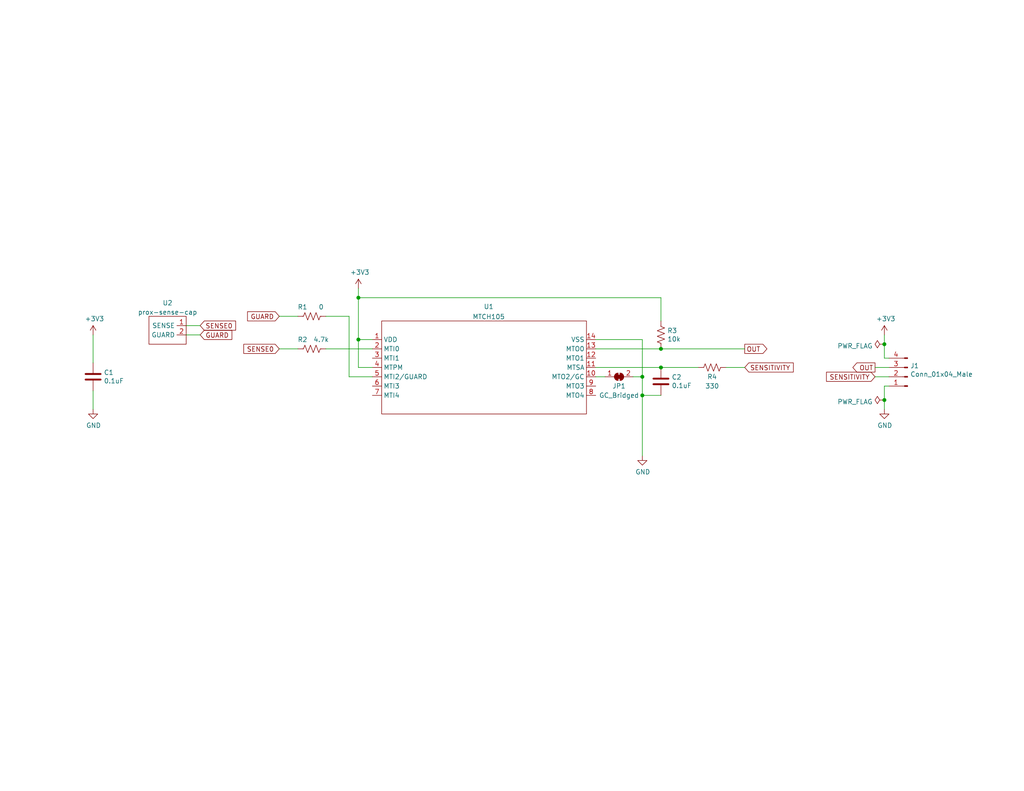
<source format=kicad_sch>
(kicad_sch (version 20211123) (generator eeschema)
  (paper "USLetter")
  (title_block (title "Prox Sense Single MTCH105") (date "2021-12-15") (rev "v0.1") (company "Perry Naseck") (comment 1 "This schematic used for multiple board layouts") (comment 2 "MTCH105 used in place of MTCH102 due to chip shortage") (comment 4 "Copyright Perry Naseck 2022; licensed under CERN-OHL-S v2 or any later version"))
  (lib_symbols
    (symbol "Connector:Conn_01x04_Male" (pin_names (offset 1.016) hide)
      (property "Reference" "J" (at 0 5.08 0))
      (property "Value" "Conn_01x04_Male" (at 0 -7.62 0))
      (symbol "Conn_01x04_Male_1_1"
        (polyline (pts (xy 1.27 -5.08) (xy 0.8636 -5.08)) (stroke (width 0.1524)))
        (polyline (pts (xy 1.27 -2.54) (xy 0.8636 -2.54)) (stroke (width 0.1524)))
        (polyline (pts (xy 1.27 0) (xy 0.8636 0)) (stroke (width 0.1524)))
        (polyline (pts (xy 1.27 2.54) (xy 0.8636 2.54)) (stroke (width 0.1524)))
        (rectangle (start 0.8636 -4.953) (end 0 -5.207) (stroke (width 0.1524)) (fill (type outline)))
        (rectangle (start 0.8636 -2.413) (end 0 -2.667) (stroke (width 0.1524)) (fill (type outline)))
        (rectangle (start 0.8636 0.127) (end 0 -0.127) (stroke (width 0.1524)) (fill (type outline)))
        (rectangle (start 0.8636 2.667) (end 0 2.413) (stroke (width 0.1524)) (fill (type outline)))
        (pin passive line (at 5.08 2.54 180) (length 3.81) (name "Pin_1") (number "1"))
        (pin passive line (at 5.08 0 180) (length 3.81) (name "Pin_2") (number "2"))
        (pin passive line (at 5.08 -2.54 180) (length 3.81) (name "Pin_3") (number "3"))
        (pin passive line (at 5.08 -5.08 180) (length 3.81) (name "Pin_4") (number "4"))
      )
    )
    (symbol "Device:C" (pin_numbers hide) (pin_names (offset 0.254))
      (property "Reference" "C" (at 0.635 2.54 0))
      (property "Value" "C" (at 0.635 -2.54 0))
      (symbol "C_0_1"
        (polyline (pts (xy -2.032 -0.762) (xy 2.032 -0.762)) (stroke (width 0.508)))
        (polyline (pts (xy -2.032 0.762) (xy 2.032 0.762)) (stroke (width 0.508)))
      )
      (symbol "C_1_1"
        (pin passive line (at 0 3.81 270) (length 2.794) (name "~") (number "1"))
        (pin passive line (at 0 -3.81 90) (length 2.794) (name "~") (number "2"))
      )
    )
    (symbol "Device:R_US" (pin_numbers hide) (pin_names (offset 0))
      (property "Reference" "R" (at 2.54 0 90))
      (property "Value" "R_US" (at -2.54 0 90))
      (symbol "R_US_0_1"
        (polyline (pts (xy 0 -2.286) (xy 0 -2.54)))
        (polyline (pts (xy 0 2.286) (xy 0 2.54)))
        (polyline (pts (xy 0 -0.762) (xy 1.016 -1.143) (xy 0 -1.524) (xy -1.016 -1.905) (xy 0 -2.286)))
        (polyline (pts (xy 0 0.762) (xy 1.016 0.381) (xy 0 0) (xy -1.016 -0.381) (xy 0 -0.762)))
        (polyline (pts (xy 0 2.286) (xy 1.016 1.905) (xy 0 1.524) (xy -1.016 1.143) (xy 0 0.762)))
      )
      (symbol "R_US_1_1"
        (pin passive line (at 0 3.81 270) (length 1.27) (name "~") (number "1"))
        (pin passive line (at 0 -3.81 90) (length 1.27) (name "~") (number "2"))
      )
    )
    (symbol "Jumper:SolderJumper_2_Bridged" (pin_names (offset 0) hide)
      (property "Reference" "JP" (at 0 2.032 0))
      (property "Value" "SolderJumper_2_Bridged" (at 0 -2.54 0))
      (symbol "SolderJumper_2_Bridged_0_1"
        (rectangle (start -0.508 0.508) (end 0.508 -0.508) (fill (type outline)))
        (arc (start -0.254 1.016) (mid -1.27 0) (end -0.254 -1.016))
        (arc (start -0.254 1.016) (mid -1.27 0) (end -0.254 -1.016) (fill (type outline)))
        (polyline (pts (xy -0.254 1.016) (xy -0.254 -1.016)))
        (polyline (pts (xy 0.254 1.016) (xy 0.254 -1.016)))
        (arc (start 0.254 -1.016) (mid 1.27 0) (end 0.254 1.016))
        (arc (start 0.254 -1.016) (mid 1.27 0) (end 0.254 1.016) (fill (type outline)))
      )
      (symbol "SolderJumper_2_Bridged_1_1"
        (pin passive line (at -3.81 0 0) (length 2.54) (name "A") (number "1"))
        (pin passive line (at 3.81 0 180) (length 2.54) (name "B") (number "2"))
      )
    )
    (symbol "MTCH10:MTCH105"
      (property "Reference" "U" (at 30.48 10.16 0))
      (property "Value" "MTCH105" (at 30.48 7.26 0))
      (symbol "MTCH105_0_0"
        (pin power_in line (at 0 0 0) (length 2.54) (name "VDD") (number "1"))
        (pin bidirectional line (at 60.96 -10.16 180) (length 2.54) (name "MTO2/GC") (number "10"))
        (pin input line (at 60.96 -7.62 180) (length 2.54) (name "MTSA") (number "11"))
        (pin output line (at 60.96 -5.08 180) (length 2.54) (name "MTO1") (number "12"))
        (pin output line (at 60.96 -2.54 180) (length 2.54) (name "MTO0") (number "13"))
        (pin power_in line (at 60.96 0 180) (length 2.54) (name "VSS") (number "14"))
        (pin input line (at 0 -2.54 0) (length 2.54) (name "MTI0") (number "2"))
        (pin input line (at 0 -5.08 0) (length 2.54) (name "MTI1") (number "3"))
        (pin input line (at 0 -7.62 0) (length 2.54) (name "MTPM") (number "4"))
        (pin input line (at 0 -10.16 0) (length 2.54) (name "MTI2/GUARD") (number "5"))
        (pin input line (at 0 -12.7 0) (length 2.54) (name "MTI3") (number "6"))
        (pin input line (at 0 -15.24 0) (length 2.54) (name "MTI4") (number "7"))
        (pin output line (at 60.96 -15.24 180) (length 2.54) (name "MTO4") (number "8"))
        (pin output line (at 60.96 -12.7 180) (length 2.54) (name "MTO3") (number "9"))
      )
      (symbol "MTCH105_0_1"
        (rectangle (start 2.54 5.08) (end 58.42 -20.32) (stroke (width 0.1524)))
      )
    )
    (symbol "power:+3.3V" (power) (pin_names (offset 0))
      (property "Value" "+3.3V" (at 0 3.556 0))
      (symbol "+3.3V_0_1"
        (polyline (pts (xy -0.762 1.27) (xy 0 2.54)))
        (polyline (pts (xy 0 0) (xy 0 2.54)))
        (polyline (pts (xy 0 2.54) (xy 0.762 1.27)))
      )
      (symbol "+3.3V_1_1"
        (pin power_in line (at 0 0 90) (length 0) hide (name "+3V3") (number "1"))
      )
    )
    (symbol "power:GND" (power) (pin_names (offset 0))
      (property "Value" "GND" (at 0 -3.81 0))
      (symbol "GND_0_1"
        (polyline (pts (xy 0 0) (xy 0 -1.27) (xy 1.27 -1.27) (xy 0 -2.54) (xy -1.27 -1.27) (xy 0 -1.27)))
      )
      (symbol "GND_1_1"
        (pin power_in line (at 0 0 270) (length 0) hide (name "GND") (number "1"))
      )
    )
    (symbol "power:PWR_FLAG" (power) (pin_numbers hide) (pin_names (offset 0) hide)
      (property "Value" "PWR_FLAG" (at 0 3.81 0))
      (symbol "PWR_FLAG_0_0"
        (pin power_out line (at 0 0 90) (length 0) (name "pwr") (number "1"))
      )
      (symbol "PWR_FLAG_0_1"
        (polyline (pts (xy 0 0) (xy 0 1.27) (xy -1.016 1.905) (xy 0 2.54) (xy 1.016 1.905) (xy 0 1.27)))
      )
    )
    (symbol "prox-sense:prox-sense-cap"
      (property "Reference" "U" (at 0 1.27 0))
      (property "Value" "prox-sense-cap" (at 0 -8.89 0))
      (symbol "prox-sense-cap_0_1"
        (rectangle (start 5.08 0) (end -5.08 -7.62) (stroke (width 0.1524)))
      )
      (symbol "prox-sense-cap_1_1"
        (pin output line (at 5.08 -2.54 180) (length 2.54) (name "SENSE") (number "1"))
        (pin input line (at 5.08 -5.08 180) (length 2.54) (name "GUARD") (number "2"))
      )
    )
  )
  (junction (at 175.26 107.95))
  (junction (at 97.79 81.28))
  (junction (at 180.34 100.33))
  (junction (at 97.79 92.71))
  (junction (at 241.3 93.98))
  (junction (at 175.26 102.87))
  (junction (at 241.3 109.22))
  (junction (at 180.34 95.25))
  (wire (pts (xy 25.4 106.68) (xy 25.4 111.76)))
  (wire (pts (xy 95.25 86.36) (xy 95.25 102.87)))
  (wire (pts (xy 175.26 92.71) (xy 175.26 102.87)))
  (wire (pts (xy 95.25 102.87) (xy 101.6 102.87)))
  (wire (pts (xy 162.56 102.87) (xy 165.1 102.87)))
  (wire (pts (xy 97.79 92.71) (xy 97.79 100.33)))
  (wire (pts (xy 241.3 91.44) (xy 241.3 93.98)))
  (wire (pts (xy 180.34 100.33) (xy 162.56 100.33)))
  (wire (pts (xy 180.34 107.95) (xy 175.26 107.95)))
  (wire (pts (xy 101.6 100.33) (xy 97.79 100.33)))
  (wire (pts (xy 50.8 91.44) (xy 54.61 91.44)))
  (wire (pts (xy 162.56 92.71) (xy 175.26 92.71)))
  (wire (pts (xy 97.79 78.74) (xy 97.79 81.28)))
  (wire (pts (xy 242.57 100.33) (xy 238.76 100.33)))
  (wire (pts (xy 50.8 88.9) (xy 54.61 88.9)))
  (wire (pts (xy 172.72 102.87) (xy 175.26 102.87)))
  (wire (pts (xy 162.56 95.25) (xy 180.34 95.25)))
  (wire (pts (xy 180.34 81.28) (xy 180.34 87.63)))
  (wire (pts (xy 190.5 100.33) (xy 180.34 100.33)))
  (wire (pts (xy 175.26 102.87) (xy 175.26 107.95)))
  (wire (pts (xy 25.4 91.44) (xy 25.4 99.06)))
  (wire (pts (xy 198.12 100.33) (xy 203.2 100.33)))
  (wire (pts (xy 97.79 81.28) (xy 180.34 81.28)))
  (wire (pts (xy 76.2 95.25) (xy 81.28 95.25)))
  (wire (pts (xy 241.3 109.22) (xy 241.3 105.41)))
  (wire (pts (xy 242.57 102.87) (xy 238.76 102.87)))
  (wire (pts (xy 241.3 105.41) (xy 242.57 105.41)))
  (wire (pts (xy 95.25 86.36) (xy 88.9 86.36)))
  (wire (pts (xy 180.34 95.25) (xy 203.2 95.25)))
  (wire (pts (xy 241.3 111.76) (xy 241.3 109.22)))
  (wire (pts (xy 97.79 81.28) (xy 97.79 92.71)))
  (wire (pts (xy 175.26 107.95) (xy 175.26 124.46)))
  (wire (pts (xy 241.3 93.98) (xy 241.3 97.79)))
  (wire (pts (xy 101.6 95.25) (xy 88.9 95.25)))
  (wire (pts (xy 76.2 86.36) (xy 81.28 86.36)))
  (wire (pts (xy 101.6 92.71) (xy 97.79 92.71)))
  (wire (pts (xy 241.3 97.79) (xy 242.57 97.79)))
  (global_label "SENSE0" (shape input) (at 54.61 88.9 0) (property "Intersheet References" "${INTERSHEET_REFS}" (effects hide)))
  (global_label "SENSITIVITY" (shape input) (at 238.76 102.87 180) (property "Intersheet References" "${INTERSHEET_REFS}" (effects hide)))
  (global_label "OUT" (shape output) (at 238.76 100.33 180) (property "Intersheet References" "${INTERSHEET_REFS}" (effects hide)))
  (global_label "GUARD" (shape input) (at 76.2 86.36 180) (property "Intersheet References" "${INTERSHEET_REFS}" (effects hide)))
  (global_label "GUARD" (shape input) (at 54.61 91.44 0) (property "Intersheet References" "${INTERSHEET_REFS}" (effects hide)))
  (global_label "SENSITIVITY" (shape input) (at 203.2 100.33 0) (property "Intersheet References" "${INTERSHEET_REFS}" (effects hide)))
  (global_label "OUT" (shape output) (at 203.2 95.25 0) (property "Intersheet References" "${INTERSHEET_REFS}" (effects hide)))
  (global_label "SENSE0" (shape input) (at 76.2 95.25 180) (property "Intersheet References" "${INTERSHEET_REFS}" (effects hide)))
  (symbol (lib_id "power:GND") (at 175.26 124.46 0) (unit 1)
    (property "Reference" "#PWR0101" (effects hide))
    (property "Value" "GND" (at 175.387 128.8542 0))
  )
  (symbol (lib_id "power:+3.3V") (at 97.79 78.74 0) (unit 1)
    (property "Reference" "#PWR0102" (effects hide))
    (property "Value" "+3.3V" (at 98.171 74.3458 0))
  )
  (symbol (lib_id "Device:R_US") (at 194.31 100.33 270) (unit 1)
    (property "Reference" "R4" (at 194.31 102.87 90))
    (property "Value" "330" (at 194.31 105.41 90))
    (property "Footprint" "Resistor_SMD:R_0603_1608Metric_Pad0.98x0.95mm_HandSolder" (effects hide))
  )
  (symbol (lib_id "Device:C") (at 180.34 104.14 0) (unit 1)
    (property "Reference" "C2" (at 183.261 102.9716 0) (effects (justify left)))
    (property "Value" "0.1uF" (at 183.261 105.283 0) (effects (justify left)))
    (property "Footprint" "Capacitor_SMD:C_0603_1608Metric_Pad1.08x0.95mm_HandSolder" (effects hide))
  )
  (symbol (lib_id "Jumper:SolderJumper_2_Bridged") (at 168.91 102.87 0) (unit 1)
    (property "Reference" "JP1" (at 168.91 105.41 0))
    (property "Value" "GC_Bridged" (at 168.91 107.95 0))
    (property "Footprint" "Jumper:SolderJumper-2_P1.3mm_Bridged_Pad1.0x1.5mm" (effects hide))
  )
  (symbol (lib_id "Device:C") (at 25.4 102.87 0) (unit 1)
    (property "Reference" "C1" (at 28.321 101.7016 0) (effects (justify left)))
    (property "Value" "0.1uF" (at 28.321 104.013 0) (effects (justify left)))
    (property "Footprint" "Capacitor_SMD:C_0603_1608Metric_Pad1.08x0.95mm_HandSolder" (effects hide))
  )
  (symbol (lib_id "Device:R_US") (at 85.09 95.25 270) (unit 1)
    (property "Reference" "R2" (at 82.55 92.71 90))
    (property "Value" "4.7k" (at 87.63 92.71 90))
    (property "Footprint" "Resistor_SMD:R_0603_1608Metric_Pad0.98x0.95mm_HandSolder" (effects hide))
  )
  (symbol (lib_id "Device:R_US") (at 85.09 86.36 270) (unit 1)
    (property "Reference" "R1" (at 82.55 83.82 90))
    (property "Value" "0" (at 87.63 83.82 90))
    (property "Footprint" "Resistor_SMD:R_0603_1608Metric_Pad0.98x0.95mm_HandSolder" (effects hide))
  )
  (symbol (lib_id "power:+3.3V") (at 25.4 91.44 0) (unit 1)
    (property "Reference" "#PWR0103" (effects hide))
    (property "Value" "+3.3V" (at 25.781 87.0458 0))
  )
  (symbol (lib_id "power:GND") (at 25.4 111.76 0) (unit 1)
    (property "Reference" "#PWR0104" (effects hide))
    (property "Value" "GND" (at 25.527 116.1542 0))
  )
  (symbol (lib_id "Device:R_US") (at 180.34 91.44 0) (unit 1)
    (property "Reference" "R3" (at 182.0672 90.2716 0) (effects (justify left)))
    (property "Value" "10k" (at 182.0672 92.583 0) (effects (justify left)))
    (property "Footprint" "Resistor_SMD:R_0603_1608Metric_Pad0.98x0.95mm_HandSolder" (effects hide))
  )
  (symbol (lib_id "power:+3.3V") (at 241.3 91.44 0) (unit 1)
    (property "Reference" "#PWR0105" (effects hide))
    (property "Value" "+3.3V" (at 241.681 87.0458 0))
  )
  (symbol (lib_id "Connector:Conn_01x04_Male") (at 247.65 102.87 180) (unit 1)
    (property "Reference" "J1" (at 248.3612 99.8728 0) (effects (justify right)))
    (property "Value" "Conn_01x04_Male" (at 248.3612 102.1842 0) (effects (justify right)))
    (property "Footprint" "Connector_PinHeader_2.54mm:PinHeader_1x04_P2.54mm_Vertical" (effects hide))
  )
  (symbol (lib_id "power:GND") (at 241.3 111.76 0) (unit 1)
    (property "Reference" "#PWR0106" (effects hide))
    (property "Value" "GND" (at 241.427 116.1542 0))
  )
  (symbol (lib_id "MTCH10:MTCH105") (at 101.6 92.71 0) (unit 1)
    (property "Reference" "U1" (at 133.35 83.7143 0))
    (property "Value" "MTCH105" (at 133.35 86.4894 0))
    (property "Footprint" "2021:MTCH105-I&slash_ST" (effects hide))
  )
  (symbol (lib_id "power:PWR_FLAG") (at 241.3 93.98 90) (unit 1)
    (property "Reference" "#FLG01" (effects hide))
    (property "Value" "PWR_FLAG" (at 238.1251 94.459 90) (effects (justify left)))
  )
  (symbol (lib_id "power:PWR_FLAG") (at 241.3 109.22 90) (unit 1)
    (property "Reference" "#FLG02" (effects hide))
    (property "Value" "PWR_FLAG" (at 238.1251 109.699 90) (effects (justify left)))
  )
  (symbol (lib_id "prox-sense:prox-sense-cap") (at 45.72 86.36 0) (unit 1)
    (property "Reference" "U2" (at 45.72 82.711 0))
    (property "Value" "prox-sense-cap" (at 45.72 85.2479 0))
    (property "Footprint" "prox-sense:prox-sense-cap-omni-19.05mm" (effects hide))
  )
)
</source>
